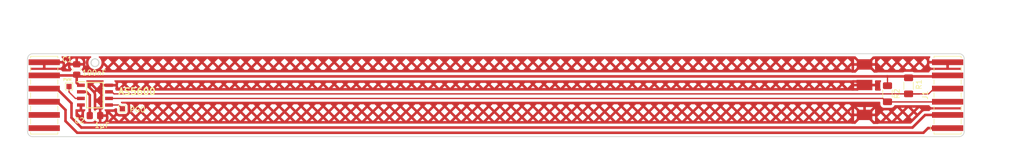
<source format=kicad_pcb>
(kicad_pcb (version 20211014) (generator pcbnew)
  (title_block (comment 4 "AISLER Project ID: FKDWKFDR"))
  (layers (0 "F.Cu" signal) (31 "B.Cu" signal) (34 "B.Paste" user) (35 "F.Paste" user) (36 "B.SilkS" user "B.Silkscreen") (37 "F.SilkS" user "F.Silkscreen") (38 "B.Mask" user) (39 "F.Mask" user) (44 "Edge.Cuts" user))
  (net 0 "")
  (net 1 "GND")
  (net 2 "Net-(C2-Pad1)")
  (net 3 "Net-(J1-Pad1)")
  (net 4 "Net-(J1-Pad2)")
  (net 5 "Net-(J1-Pad3)")
  (net 6 "Net-(J1-Pad4)")
  (net 7 "+5V")
  (net 8 "unconnected-(U1-Pad3)")
  (net 9 "unconnected-(U1-Pad5)")
  (footprint "Resistor_SMD:R_0805_2012Metric_Pad1.20x1.40mm_HandSolder" (layer "F.Cu") (at 65.74 43.3 90)
    (fp_text reference "C1" (at 1.95 -1.825 180) (layer "F.SilkS"))
    (fp_text value "100nF" (at -0.625 3.35 180) (layer "F.SilkS"))
    (fp_line (start -0.227064 0.735) (end 0.227064 0.735) (layer "F.SilkS") (width 0.12))
    (fp_line (start -0.227064 -0.735) (end 0.227064 -0.735) (layer "F.SilkS") (width 0.12))
    (pad "1" smd roundrect (at -1 0 90) (size 1.2 1.4) (layers "F.Cu" "F.Paste" "F.Mask") (roundrect_rratio 0.2083333333) (net 7 "+5V"))
    (pad "2" smd roundrect (at 1 0 90) (size 1.2 1.4) (layers "F.Cu" "F.Paste" "F.Mask") (roundrect_rratio 0.2083333333) (net 1 "GND"))
  )
  (footprint "as5600_kicad:FLATCON" (layer "F.Cu") (at 59.5 48.25 90)
    (fp_text reference "J2" hide)
    (fp_text value "Conn_01x06_Male" hide)
    (fp_line (start -0.508 2.61) (end 0.508 2.61) (layer "F.SilkS") (width 0.12))
    (fp_line (start -5.588 2.61) (end -4.572 2.61) (layer "F.SilkS") (width 0.12))
    (fp_line (start 7.112 -2.61) (end 7.5 -2.61) (layer "F.SilkS") (width 0.12))
    (fp_line (start -7.5 2.61) (end -7.112 2.61) (layer "F.SilkS") (width 0.12))
    (fp_line (start 2.032 -2.61) (end 3.048 -2.61) (layer "F.SilkS") (width 0.12))
    (fp_line (start -5.588 -2.61) (end -4.572 -2.61) (layer "F.SilkS") (width 0.12))
    (fp_line (start 4.572 2.61) (end 5.588 2.61) (layer "F.SilkS") (width 0.12))
    (fp_line (start -3.048 -2.61) (end -2.032 -2.61) (layer "F.SilkS") (width 0.12))
    (fp_line (start 2.032 2.61) (end 3.048 2.61) (layer "F.SilkS") (width 0.12))
    (fp_line (start 7.5 -2.61) (end 7.5 2.61) (layer "F.SilkS") (width 0.12))
    (fp_line (start -0.508 -2.61) (end 0.508 -2.61) (layer "F.SilkS") (width 0.12))
    (fp_line (start -3.048 2.61) (end -2.032 2.61) (layer "F.SilkS") (width 0.12))
    (fp_line (start -7.5 -2.61) (end -7.5 2.61) (layer "F.SilkS") (width 0.12))
    (fp_line (start 4.572 -2.61) (end 5.588 -2.61) (layer "F.SilkS") (width 0.12))
    (fp_line (start -7.5 -2.61) (end -7.112 -2.61) (layer "F.SilkS") (width 0.12))
    (fp_line (start 7.112 2.61) (end 7.5 2.61) (layer "F.SilkS") (width 0.12))
    (pad "1" smd rect (at -6.35 0 90) (size 1.1 6) (layers "F.Cu" "F.Paste" "F.Mask"))
    (pad "2" smd rect (at -3.81 0 90) (size 1.1 6) (layers "F.Cu" "F.Paste" "F.Mask"))
    (pad "3" smd rect (at -1.27 0 90) (size 1.1 6) (layers "F.Cu" "F.Paste" "F.Mask") (net 3 "Net-(J1-Pad1)"))
    (pad "4" smd rect (at 1.27 0 90) (size 1.1 6) (layers "F.Cu" "F.Paste" "F.Mask") (net 4 "Net-(J1-Pad2)"))
    (pad "5" smd rect (at 3.81 0 90) (size 1.1 6) (layers "F.Cu" "F.Paste" "F.Mask") (net 7 "+5V"))
    (pad "6" smd rect (at 6.35 0 90) (size 1.1 6) (layers "F.Cu" "F.Paste" "F.Mask") (net 1 "GND"))
  )
  (footprint "Resistor_SMD:R_1206_3216Metric_Pad1.30x1.75mm_HandSolder" (layer "F.Cu") (at 221.542893 47.975 -90)
    (fp_text reference "R2" (at 0 -1.82 -90) (layer "F.SilkS"))
    (fp_text value "10K")
    (fp_line (start -0.727064 0.91) (end 0.727064 0.91) (layer "F.SilkS") (width 0.12))
    (fp_line (start -0.727064 -0.91) (end 0.727064 -0.91) (layer "F.SilkS") (width 0.12))
    (pad "1" smd roundrect (at -1.55 0 270) (size 1.3 1.75) (layers "F.Cu" "F.Paste" "F.Mask") (roundrect_rratio 0.1923076923) (net 7 "+5V"))
    (pad "2" smd roundrect (at 1.55 0 270) (size 1.3 1.75) (layers "F.Cu" "F.Paste" "F.Mask") (roundrect_rratio 0.1923076923) (net 5 "Net-(J1-Pad3)"))
  )
  (footprint "as5600_kicad:SOIC127P600X175-8N" (layer "F.Cu") (at 69.25 48.24)
    (fp_text reference "AS5600" (at 8.065 -0.69) (layer "F.SilkS") (effects (font (size 1.27 1.27) (thickness 0.254))))
    (fp_text value "AS5600-ASOM" hide)
    (fp_line (start 1.6 -2.45) (end 1.6 2.45) (layer "F.SilkS") (width 0.2))
    (fp_line (start 1.6 2.45) (end -1.6 2.45) (layer "F.SilkS") (width 0.2))
    (fp_line (start -1.6 -2.45) (end 1.6 -2.45) (layer "F.SilkS") (width 0.2))
    (fp_line (start -3.45 -2.58) (end -1.95 -2.58) (layer "F.SilkS") (width 0.2))
    (fp_line (start -1.6 2.45) (end -1.6 -2.45) (layer "F.SilkS") (width 0.2))
    (pad "1" smd rect locked (at -2.7 -1.905 90) (size 0.65 1.5) (layers "F.Cu" "F.Paste" "F.Mask") (net 7 "+5V"))
    (pad "2" smd rect locked (at -2.7 -0.635 90) (size 0.65 1.5) (layers "F.Cu" "F.Paste" "F.Mask") (net 2 "Net-(C2-Pad1)"))
    (pad "3" smd rect locked (at -2.7 0.635 90) (size 0.65 1.5) (layers "F.Cu" "F.Paste" "F.Mask") (net 8 "unconnected-(U1-Pad3)"))
    (pad "4" smd rect locked (at -2.7 1.905 90) (size 0.65 1.5) (layers "F.Cu" "F.Paste" "F.Mask") (net 1 "GND"))
    (pad "5" smd rect locked (at 2.7 1.905 90) (size 0.65 1.5) (layers "F.Cu" "F.Paste" "F.Mask") (net 9 "unconnected-(U1-Pad5)"))
    (pad "6" smd rect locked (at 2.7 0.635 90) (size 0.65 1.5) (layers "F.Cu" "F.Paste" "F.Mask") (net 5 "Net-(J1-Pad3)"))
    (pad "7" smd rect locked (at 2.7 -0.635 90) (size 0.65 1.5) (layers "F.Cu" "F.Paste" "F.Mask") (net 6 "Net-(J1-Pad4)"))
    (pad "8" smd rect locked (at 2.7 -1.905 90) (size 0.65 1.5) (layers "F.Cu" "F.Paste" "F.Mask") (net 1 "GND"))
  )
  (footprint "as5600_kicad:FLATCON" (layer "F.Cu") (at 233.092893 48.25 90)
    (fp_text reference "J1" (at 0 -4.3 90) (layer "F.SilkS"))
    (fp_text value "Conn_01x06_Male")
    (fp_line (start -3.048 -2.61) (end -2.032 -2.61) (layer "F.SilkS") (width 0.12))
    (fp_line (start -7.5 2.61) (end -7.112 2.61) (layer "F.SilkS") (width 0.12))
    (fp_line (start 7.112 2.61) (end 7.5 2.61) (layer "F.SilkS") (width 0.12))
    (fp_line (start 7.112 -2.61) (end 7.5 -2.61) (layer "F.SilkS") (width 0.12))
    (fp_line (start -7.5 -2.61) (end -7.112 -2.61) (layer "F.SilkS") (width 0.12))
    (fp_line (start -0.508 -2.61) (end 0.508 -2.61) (layer "F.SilkS") (width 0.12))
    (fp_line (start -6.9 -3.3) (end -5.8 -3.3) (layer "F.SilkS") (width 0.12))
    (fp_line (start -7.5 -2.61) (end -7.5 2.61) (layer "F.SilkS") (width 0.12))
    (fp_line (start 2.032 -2.61) (end 3.048 -2.61) (layer "F.SilkS") (width 0.12))
    (fp_line (start 4.572 2.61) (end 5.588 2.61) (layer "F.SilkS") (width 0.12))
    (fp_line (start 4.572 -2.61) (end 5.588 -2.61) (layer "F.SilkS") (width 0.12))
    (fp_line (start -5.588 2.61) (end -4.572 2.61) (layer "F.SilkS") (width 0.12))
    (fp_line (start -0.508 2.61) (end 0.508 2.61) (layer "F.SilkS") (width 0.12))
    (fp_line (start -5.588 -2.61) (end -4.572 -2.61) (layer "F.SilkS") (width 0.12))
    (fp_line (start -3.048 2.61) (end -2.032 2.61) (layer "F.SilkS") (width 0.12))
    (fp_line (start 7.5 -2.61) (end 7.5 2.61) (layer "F.SilkS") (width 0.12))
    (fp_line (start 2.032 2.61) (end 3.048 2.61) (layer "F.SilkS") (width 0.12))
    (pad "1" smd rect (at -6.35 0 90) (size 1.1 6) (layers "F.Cu" "F.Paste" "F.Mask") (net 3 "Net-(J1-Pad1)"))
    (pad "2" smd rect (at -3.81 0 90) (size 1.1 6) (layers "F.Cu" "F.Paste" "F.Mask") (net 4 "Net-(J1-Pad2)"))
    (pad "3" smd rect (at -1.27 0 90) (size 1.1 6) (layers "F.Cu" "F.Paste" "F.Mask") (net 5 "Net-(J1-Pad3)"))
    (pad "4" smd rect (at 1.27 0 90) (size 1.1 6) (layers "F.Cu" "F.Paste" "F.Mask") (net 6 "Net-(J1-Pad4)"))
    (pad "5" smd rect (at 3.81 0 90) (size 1.1 6) (layers "F.Cu" "F.Paste" "F.Mask") (net 7 "+5V"))
    (pad "6" smd rect (at 6.35 0 90) (size 1.1 6) (layers "F.Cu" "F.Paste" "F.Mask") (net 1 "GND"))
  )
  (footprint "TestPoint:TestPoint_Pad_1.0x1.0mm" (layer "F.Cu") (at 74.515 50.875)
    (fp_text reference "REF**" hide)
    (fp_text value "TestPoint_Pad_1.0x1.0mm" hide)
    (fp_line (start 0.7 0.7) (end -0.7 0.7) (layer "F.SilkS") (width 0.12))
    (fp_line (start -0.7 -0.7) (end 0.7 -0.7) (layer "F.SilkS") (width 0.12))
    (fp_line (start -0.7 0.7) (end -0.7 -0.7) (layer "F.SilkS") (width 0.12))
    (fp_line (start 0.7 -0.7) (end 0.7 0.7) (layer "F.SilkS") (width 0.12))
    (pad "1" smd rect (at 0 0) (size 1 1) (layers "F.Cu" "F.Mask") (net 9 "unconnected-(U1-Pad5)"))
  )
  (footprint "TestPoint:jmp" (layer "F.Cu") (at 217.134335 47.35)
    (fp_text reference "REF**" hide)
    (fp_text value "jmp" hide)
    (pad "1" smd rect (at 0 -1.05) (size 3 2) (layers "F.Cu" "F.Mask") (net 1 "GND"))
    (pad "1" smd rect (at 0 4.7) (size 3 2) (layers "F.Cu" "F.Mask") (net 1 "GND"))
    (pad "1" smd rect (at 0 -5.025) (size 3 2) (layers "F.Cu" "F.Mask") (net 1 "GND"))
  )
  (footprint "Resistor_SMD:R_0805_2012Metric_Pad1.20x1.40mm_HandSolder" (layer "F.Cu") (at 69.25 52.19)
    (fp_text reference "C2" (at -2.985 0.96) (layer "F.SilkS"))
    (fp_text value "1µF" (at 1.365 1.86) (layer "F.SilkS"))
    (fp_line (start -0.227064 -0.735) (end 0.227064 -0.735) (layer "F.SilkS") (width 0.12))
    (fp_line (start -0.227064 0.735) (end 0.227064 0.735) (layer "F.SilkS") (width 0.12))
    (pad "1" smd roundrect (at -1 0) (size 1.2 1.4) (layers "F.Cu" "F.Paste" "F.Mask") (roundrect_rratio 0.2083333333) (net 2 "Net-(C2-Pad1)"))
    (pad "2" smd roundrect (at 1 0) (size 1.2 1.4) (layers "F.Cu" "F.Paste" "F.Mask") (roundrect_rratio 0.2083333333) (net 1 "GND"))
  )
  (footprint "TestPoint:TestPoint_Pad_1.0x1.0mm" (layer "F.Cu") (at 64.265 46.575)
    (fp_text reference "REF**" hide)
    (fp_text value "TestPoint_Pad_1.0x1.0mm" hide)
    (fp_line (start -0.7 0.7) (end -0.7 -0.7) (layer "F.SilkS") (width 0.12))
    (fp_line (start -0.7 -0.7) (end 0.7 -0.7) (layer "F.SilkS") (width 0.12))
    (fp_line (start 0.7 -0.7) (end 0.7 0.7) (layer "F.SilkS") (width 0.12))
    (fp_line (start 0.7 0.7) (end -0.7 0.7) (layer "F.SilkS") (width 0.12))
    (pad "1" smd rect (at 0 0) (size 1 1) (layers "F.Cu" "F.Mask") (net 8 "unconnected-(U1-Pad3)"))
  )
  (footprint "Resistor_SMD:R_1206_3216Metric_Pad1.30x1.75mm_HandSolder" (layer "F.Cu") (at 225.592893 46.45 -90)
    (fp_text reference "R1" (at -0.25 -2 -90) (layer "F.SilkS"))
    (fp_text value "10K")
    (fp_line (start -0.727064 0.91) (end 0.727064 0.91) (layer "F.SilkS") (width 0.12))
    (fp_line (start -0.727064 -0.91) (end 0.727064 -0.91) (layer "F.SilkS") (width 0.12))
    (pad "1" smd roundrect (at -1.55 0 270) (size 1.3 1.75) (layers "F.Cu" "F.Paste" "F.Mask") (roundrect_rratio 0.1923076923) (net 7 "+5V"))
    (pad "2" smd roundrect (at 1.55 0 270) (size 1.3 1.75) (layers "F.Cu" "F.Paste" "F.Mask") (roundrect_rratio 0.1923076923) (net 6 "Net-(J1-Pad4)"))
  )
  (gr_circle (center 69.25 41.99) (end 70 41.99) (layer "Edge.Cuts") (width 0.2) (fill none))
  (gr_arc (start 236.29 55.22) (mid 236.009678 55.946262) (end 235.292893 56.25) (layer "Edge.Cuts") (width 0.15))
  (gr_arc (start 57.287107 56.252893) (mid 56.584402 55.956482) (end 56.297107 55.25) (layer "Edge.Cuts") (width 0.15))
  (gr_line (start 57.287107 56.252893) (end 235.292893 56.25) (layer "Edge.Cuts") (width 0.15))
  (gr_line (start 235.292893 40.25) (end 57.29 40.25) (layer "Edge.Cuts") (width 0.15))
  (gr_line (start 236.29 55.22) (end 236.29 41.25) (layer "Edge.Cuts") (width 0.15))
  (gr_arc (start 56.29 41.25) (mid 56.582893 40.542894) (end 57.29 40.25) (layer "Edge.Cuts") (width 0.15))
  (gr_arc (start 235.292893 40.25) (mid 235.998978 40.543069) (end 236.29 41.25) (layer "Edge.Cuts") (width 0.15))
  (gr_line (start 56.29 41.25) (end 56.297107 55.25) (layer "Edge.Cuts") (width 0.15))
  (gr_text "PWM" (at 63.94 45.275) (layer "F.SilkS") (effects (font (size 0.5 0.5) (thickness 0.125))))
  (gr_text "PGO" (at 77.44 51.025) (layer "F.SilkS") (effects (font (size 1 1))))
  (segment (start 216.59 42.325) (end 215.29 41.025) (width 0.5) (layer "F.Cu") (net 1))
  (segment (start 217.134335 42.325) (end 216.64 42.325) (width 0.5) (layer "F.Cu") (net 1))
  (segment (start 219.04 43.65) (end 219.49 43.65) (width 0.5) (layer "F.Cu") (net 1))
  (segment (start 218.915 53.55) (end 219.69 53.55) (width 0.5) (layer "F.Cu") (net 1))
  (segment (start 217.715 42.325) (end 219.04 43.65) (width 0.5) (layer "F.Cu") (net 1))
  (segment (start 217.415 52.05) (end 218.915 53.55) (width 0.5) (layer "F.Cu") (net 1))
  (segment (start 215.265 53.525) (end 214.715 53.525) (width 0.5) (layer "F.Cu") (net 1))
  (segment (start 217.134335 42.325) (end 216.59 42.325) (width 0.5) (layer "F.Cu") (net 1))
  (segment (start 217.134335 52.05) (end 217.415 52.05) (width 0.5) (layer "F.Cu") (net 1))
  (segment (start 214.79 43.65) (end 214.765 43.625) (width 0.5) (layer "F.Cu") (net 1))
  (segment (start 217.134335 52.05) (end 216.79 52.05) (width 0.5) (layer "F.Cu") (net 1))
  (segment (start 217.134335 46.3) (end 216.59 46.3) (width 0.5) (layer "F.Cu") (net 1))
  (segment (start 215.615 45.6) (end 214.915 45.6) (width 0.5) (layer "F.Cu") (net 1))
  (segment (start 215.315 43.65) (end 214.79 43.65) (width 0.5) (layer "F.Cu") (net 1))
  (segment (start 217.134335 52.05) (end 217.615 52.05) (width 0.5) (layer "F.Cu") (net 1))
  (segment (start 216.74 52.05) (end 215.265 53.525) (width 0.5) (layer "F.Cu") (net 1))
  (segment (start 215.765 47.125) (end 214.765 47.125) (width 0.5) (layer "F.Cu") (net 1))
  (segment (start 214.915 45.6) (end 214.89 45.625) (width 0.5) (layer "F.Cu") (net 1))
  (segment (start 217.565 42.325) (end 218.84 41.05) (width 0.5) (layer "F.Cu") (net 1))
  (segment (start 217.134335 46.3) (end 216.315 46.3) (width 0.5) (layer "F.Cu") (net 1))
  (segment (start 217.134335 42.325) (end 217.715 42.325) (width 0.5) (layer "F.Cu") (net 1))
  (segment (start 216.59 46.3) (end 215.765 47.125) (width 0.5) (layer "F.Cu") (net 1))
  (segment (start 218.84 41.05) (end 219.54 41.05) (width 0.5) (layer "F.Cu") (net 1))
  (segment (start 216.315 46.3) (end 215.615 45.6) (width 0.5) (layer "F.Cu") (net 1))
  (segment (start 217.134335 42.325) (end 217.565 42.325) (width 0.5) (layer "F.Cu") (net 1))
  (segment (start 217.615 52.05) (end 219.49 50.175) (width 0.5) (layer "F.Cu") (net 1))
  (segment (start 216.79 52.05) (end 214.915 50.175) (width 0.5) (layer "F.Cu") (net 1))
  (segment (start 215.29 41.025) (end 214.79 41.025) (width 0.5) (layer "F.Cu") (net 1))
  (segment (start 216.64 42.325) (end 215.315 43.65) (width 0.5) (layer "F.Cu") (net 1))
  (segment (start 217.134335 52.05) (end 216.74 52.05) (width 0.5) (layer "F.Cu") (net 1))
  (segment (start 67.615 47.605) (end 68.25 48.24) (width 0.5) (layer "F.Cu") (net 2))
  (segment (start 66.55 47.605) (end 67.615 47.605) (width 0.5) (layer "F.Cu") (net 2))
  (segment (start 68.25 48.24) (end 68.25 52.19) (width 0.5) (layer "F.Cu") (net 2))
  (segment (start 229.342893 54.6) (end 233.092893 54.6) (width 0.5) (layer "F.Cu") (net 3))
  (segment (start 63.59 53.25) (end 65.84 55.5) (width 0.5) (layer "F.Cu") (net 3))
  (segment (start 63.59 51.1) (end 63.59 53.25) (width 0.5) (layer "F.Cu") (net 3))
  (segment (start 62 49.51) (end 63.59 51.1) (width 0.5) (layer "F.Cu") (net 3))
  (segment (start 59.5 49.51) (end 62 49.51) (width 0.5) (layer "F.Cu") (net 3))
  (segment (start 228.442893 55.5) (end 229.342893 54.6) (width 0.5) (layer "F.Cu") (net 3))
  (segment (start 65.84 55.5) (end 228.442893 55.5) (width 0.5) (layer "F.Cu") (net 3))
  (segment (start 64.74 52.6) (end 66.63 54.49) (width 0.5) (layer "F.Cu") (net 4))
  (segment (start 59.5 46.97) (end 61.91 46.97) (width 0.5) (layer "F.Cu") (net 4))
  (segment (start 61.91 46.97) (end 64.74 49.8) (width 0.5) (layer "F.Cu") (net 4))
  (segment (start 226.35 54.49) (end 228.78 52.06) (width 0.5) (layer "F.Cu") (net 4))
  (segment (start 228.78 52.06) (end 233.092893 52.06) (width 0.5) (layer "F.Cu") (net 4))
  (segment (start 64.74 49.8) (end 64.74 52.6) (width 0.5) (layer "F.Cu") (net 4))
  (segment (start 66.63 54.49) (end 226.35 54.49) (width 0.5) (layer "F.Cu") (net 4))
  (segment (start 71.95 48.875) (end 220.64 48.875) (width 0.25) (layer "F.Cu") (net 5))
  (segment (start 220.64 48.875) (end 221.29 49.525) (width 0.25) (layer "F.Cu") (net 5))
  (segment (start 221.567893 49.55) (end 221.542893 49.525) (width 0.25) (layer "F.Cu") (net 5))
  (segment (start 233.092893 49.52) (end 230.345 49.52) (width 0.25) (layer "F.Cu") (net 5))
  (segment (start 221.542893 49.15) (end 221.912893 49.52) (width 0.25) (layer "F.Cu") (net 5))
  (segment (start 230.315 49.55) (end 221.567893 49.55) (width 0.25) (layer "F.Cu") (net 5))
  (segment (start 221.29 49.525) (end 221.542893 49.525) (width 0.25) (layer "F.Cu") (net 5))
  (segment (start 221.542893 49.15) (end 221.192893 49.5) (width 0.25) (layer "F.Cu") (net 5))
  (segment (start 230.345 49.52) (end 230.315 49.55) (width 0.25) (layer "F.Cu") (net 5))
  (segment (start 230.462893 46.98) (end 229.442893 48) (width 0.25) (layer "F.Cu") (net 6))
  (segment (start 72.515 47.605) (end 71.95 47.605) (width 0.25) (layer "F.Cu") (net 6))
  (segment (start 229.442893 48) (end 225.542893 48) (width 0.25) (layer "F.Cu") (net 6))
  (segment (start 233.092893 46.98) (end 230.462893 46.98) (width 0.25) (layer "F.Cu") (net 6))
  (segment (start 72.9 47.99) (end 72.515 47.605) (width 0.25) (layer "F.Cu") (net 6))
  (segment (start 227.7 48) (end 72.9 48) (width 0.25) (layer "F.Cu") (net 6))
  (segment (start 225.592893 47.95) (end 225.542893 48) (width 0.25) (layer "F.Cu") (net 6))
  (segment (start 65.74 44.3) (end 65.74 45.875) (width 0.5) (layer "F.Cu") (net 7))
  (segment (start 59.5 44.44) (end 65.6 44.44) (width 0.5) (layer "F.Cu") (net 7))
  (segment (start 65.6 44.44) (end 65.74 44.3) (width 0.5) (layer "F.Cu") (net 7))
  (segment (start 233.092893 44.44) (end 232.907893 44.625) (width 0.5) (layer "F.Cu") (net 7))
  (segment (start 221.542893 46.425) (end 221.542893 44.677893) (width 0.25) (layer "F.Cu") (net 7))
  (segment (start 65.74 45.875) (end 66.2 46.335) (width 0.5) (layer "F.Cu") (net 7))
  (segment (start 221.49 44.625) (end 66.065 44.625) (width 0.5) (layer "F.Cu") (net 7))
  (segment (start 66.065 44.625) (end 65.74 44.3) (width 0.5) (layer "F.Cu") (net 7))
  (segment (start 66.2 46.335) (end 66.55 46.335) (width 0.5) (layer "F.Cu") (net 7))
  (segment (start 232.907893 44.625) (end 221.49 44.625) (width 0.5) (layer "F.Cu") (net 7))
  (segment (start 221.542893 44.677893) (end 221.49 44.625) (width 0.25) (layer "F.Cu") (net 7))
  (segment (start 66.55 48.875) (end 65.49 48.875) (width 0.25) (layer "F.Cu") (net 8))
  (segment (start 64.265 47.65) (end 64.265 46.575) (width 0.25) (layer "F.Cu") (net 8))
  (segment (start 65.49 48.875) (end 64.265 47.65) (width 0.25) (layer "F.Cu") (net 8))
  (segment (start 73.785 50.145) (end 74.515 50.875) (width 0.25) (layer "F.Cu") (net 9))
  (segment (start 71.95 50.145) (end 73.785 50.145) (width 0.25) (layer "F.Cu") (net 9))
  (zone (net 1) (net_name "GND") (layer "F.Cu") (connect_pads (clearance 0.508)) (min_thickness 0.254) (fill yes (mode hatch) (thermal_gap 0.508) (thermal_bridge_width 0.508) (hatch_thickness 0.5) (hatch_gap 1) (hatch_orientation 45) (hatch_border_algorithm hatch_thickness) (hatch_min_hole_area 0.3))
    (polygon (pts (xy 243.75 39) (xy 243.75 59) (xy 51 59.75) (xy 54 38.5)))
  )
)
</source>
